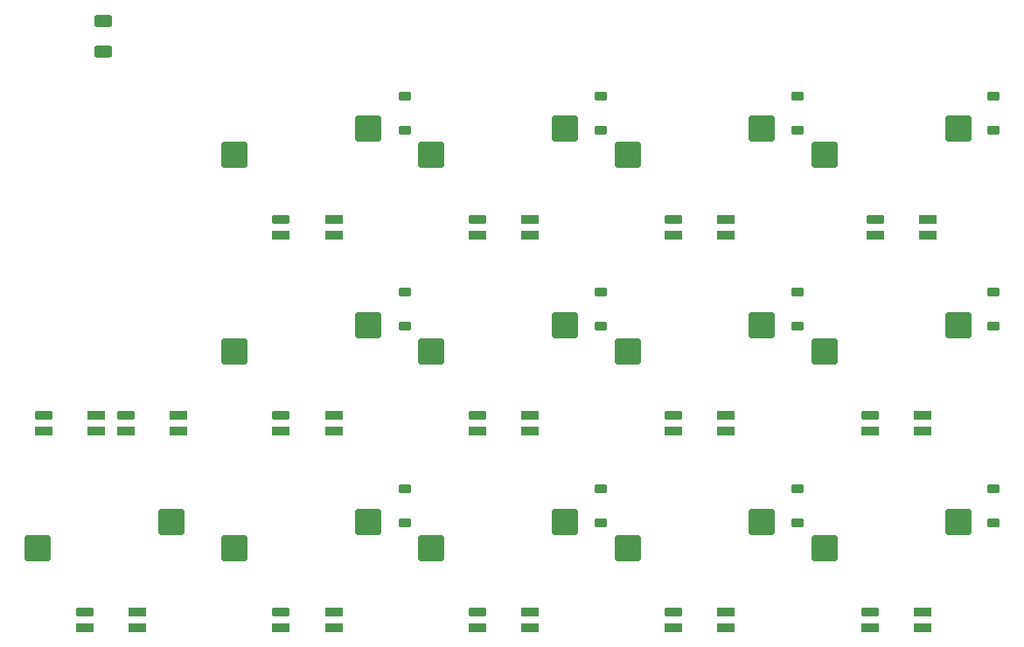
<source format=gbr>
%TF.GenerationSoftware,KiCad,Pcbnew,7.0.9*%
%TF.CreationDate,2024-04-10T10:39:18-07:00*%
%TF.ProjectId,macrov2.2.001,6d616372-6f76-4322-9e32-2e3030312e6b,2.2.001*%
%TF.SameCoordinates,Original*%
%TF.FileFunction,Paste,Bot*%
%TF.FilePolarity,Positive*%
%FSLAX46Y46*%
G04 Gerber Fmt 4.6, Leading zero omitted, Abs format (unit mm)*
G04 Created by KiCad (PCBNEW 7.0.9) date 2024-04-10 10:39:18*
%MOMM*%
%LPD*%
G01*
G04 APERTURE LIST*
G04 Aperture macros list*
%AMRoundRect*
0 Rectangle with rounded corners*
0 $1 Rounding radius*
0 $2 $3 $4 $5 $6 $7 $8 $9 X,Y pos of 4 corners*
0 Add a 4 corners polygon primitive as box body*
4,1,4,$2,$3,$4,$5,$6,$7,$8,$9,$2,$3,0*
0 Add four circle primitives for the rounded corners*
1,1,$1+$1,$2,$3*
1,1,$1+$1,$4,$5*
1,1,$1+$1,$6,$7*
1,1,$1+$1,$8,$9*
0 Add four rect primitives between the rounded corners*
20,1,$1+$1,$2,$3,$4,$5,0*
20,1,$1+$1,$4,$5,$6,$7,0*
20,1,$1+$1,$6,$7,$8,$9,0*
20,1,$1+$1,$8,$9,$2,$3,0*%
G04 Aperture macros list end*
%ADD10RoundRect,0.250000X-1.025000X-1.000000X1.025000X-1.000000X1.025000X1.000000X-1.025000X1.000000X0*%
%ADD11RoundRect,0.225000X-0.375000X0.225000X-0.375000X-0.225000X0.375000X-0.225000X0.375000X0.225000X0*%
%ADD12R,1.700000X0.820000*%
%ADD13RoundRect,0.205000X0.645000X0.205000X-0.645000X0.205000X-0.645000X-0.205000X0.645000X-0.205000X0*%
%ADD14RoundRect,0.250000X-0.625000X0.312500X-0.625000X-0.312500X0.625000X-0.312500X0.625000X0.312500X0*%
G04 APERTURE END LIST*
D10*
%TO.C,S7*%
X114015000Y-70010000D03*
X126942000Y-67470000D03*
%TD*%
%TO.C,S5*%
X75915000Y-70010000D03*
X88842000Y-67470000D03*
%TD*%
%TO.C,S1*%
X75915000Y-50960000D03*
X88842000Y-48420000D03*
%TD*%
%TO.C,S10*%
X94965000Y-89060000D03*
X107892000Y-86520000D03*
%TD*%
%TO.C,S4*%
X133065000Y-50960000D03*
X145992000Y-48420000D03*
%TD*%
%TO.C,ModeButton1*%
X56873000Y-89060000D03*
X69800000Y-86520000D03*
%TD*%
%TO.C,S11*%
X114015000Y-89060000D03*
X126942000Y-86520000D03*
%TD*%
%TO.C,S6*%
X94965000Y-70010000D03*
X107892000Y-67470000D03*
%TD*%
%TO.C,S2*%
X94965000Y-50960000D03*
X107892000Y-48420000D03*
%TD*%
%TO.C,S9*%
X75915000Y-89060000D03*
X88842000Y-86520000D03*
%TD*%
%TO.C,S8*%
X133065000Y-70010000D03*
X145992000Y-67470000D03*
%TD*%
%TO.C,S12*%
X133065000Y-89060000D03*
X145992000Y-86520000D03*
%TD*%
%TO.C,S3*%
X114015000Y-50960000D03*
X126942000Y-48420000D03*
%TD*%
D11*
%TO.C,D10*%
X111415000Y-83310000D03*
X111415000Y-86610000D03*
%TD*%
D12*
%TO.C,LED11*%
X123550000Y-96750000D03*
X123550000Y-95250000D03*
D13*
X118450000Y-95250000D03*
D12*
X118450000Y-96750000D03*
%TD*%
%TO.C,LED5*%
X85550000Y-77750000D03*
X85550000Y-76250000D03*
D13*
X80450000Y-76250000D03*
D12*
X80450000Y-77750000D03*
%TD*%
%TO.C,LED10*%
X104550000Y-96750000D03*
X104550000Y-95250000D03*
D13*
X99450000Y-95250000D03*
D12*
X99450000Y-96750000D03*
%TD*%
%TO.C,ModeLED1*%
X66550000Y-96750000D03*
X66550000Y-95250000D03*
D13*
X61450000Y-95250000D03*
D12*
X61450000Y-96750000D03*
%TD*%
D11*
%TO.C,D5*%
X92415000Y-64310000D03*
X92415000Y-67610000D03*
%TD*%
D14*
%TO.C,R1*%
X63250000Y-38037500D03*
X63250000Y-40962500D03*
%TD*%
D12*
%TO.C,LED6*%
X104550000Y-77750000D03*
X104550000Y-76250000D03*
D13*
X99450000Y-76250000D03*
D12*
X99450000Y-77750000D03*
%TD*%
D11*
%TO.C,D1*%
X92415000Y-45310000D03*
X92415000Y-48610000D03*
%TD*%
%TO.C,D2*%
X111415000Y-45310000D03*
X111415000Y-48610000D03*
%TD*%
D12*
%TO.C,LED7*%
X123550000Y-77750000D03*
X123550000Y-76250000D03*
D13*
X118450000Y-76250000D03*
D12*
X118450000Y-77750000D03*
%TD*%
D11*
%TO.C,D9*%
X92415000Y-83310000D03*
X92415000Y-86610000D03*
%TD*%
%TO.C,D6*%
X111415000Y-64310000D03*
X111415000Y-67610000D03*
%TD*%
D12*
%TO.C,FuncLED1*%
X62550000Y-77750000D03*
X62550000Y-76250000D03*
D13*
X57450000Y-76250000D03*
D12*
X57450000Y-77750000D03*
%TD*%
D11*
%TO.C,D8*%
X149415000Y-64310000D03*
X149415000Y-67610000D03*
%TD*%
D12*
%TO.C,LED2*%
X104550000Y-58750000D03*
X104550000Y-57250000D03*
D13*
X99450000Y-57250000D03*
D12*
X99450000Y-58750000D03*
%TD*%
%TO.C,LED1*%
X85550000Y-58750000D03*
X85550000Y-57250000D03*
D13*
X80450000Y-57250000D03*
D12*
X80450000Y-58750000D03*
%TD*%
%TO.C,LED4*%
X143050000Y-58750000D03*
X143050000Y-57250000D03*
D13*
X137950000Y-57250000D03*
D12*
X137950000Y-58750000D03*
%TD*%
%TO.C,LED3*%
X123550000Y-58750000D03*
X123550000Y-57250000D03*
D13*
X118450000Y-57250000D03*
D12*
X118450000Y-58750000D03*
%TD*%
%TO.C,FuncLED2*%
X70550000Y-77750000D03*
X70550000Y-76250000D03*
D13*
X65450000Y-76250000D03*
D12*
X65450000Y-77750000D03*
%TD*%
%TO.C,LED9*%
X85550000Y-96750000D03*
X85550000Y-95250000D03*
D13*
X80450000Y-95250000D03*
D12*
X80450000Y-96750000D03*
%TD*%
D11*
%TO.C,D11*%
X130415000Y-83310000D03*
X130415000Y-86610000D03*
%TD*%
%TO.C,D4*%
X149415000Y-45310000D03*
X149415000Y-48610000D03*
%TD*%
D12*
%TO.C,LED12*%
X142550000Y-96750000D03*
X142550000Y-95250000D03*
D13*
X137450000Y-95250000D03*
D12*
X137450000Y-96750000D03*
%TD*%
%TO.C,LED8*%
X142550000Y-77750000D03*
X142550000Y-76250000D03*
D13*
X137450000Y-76250000D03*
D12*
X137450000Y-77750000D03*
%TD*%
D11*
%TO.C,D12*%
X149415000Y-83310000D03*
X149415000Y-86610000D03*
%TD*%
%TO.C,D7*%
X130415000Y-64310000D03*
X130415000Y-67610000D03*
%TD*%
%TO.C,D3*%
X130415000Y-45310000D03*
X130415000Y-48610000D03*
%TD*%
M02*

</source>
